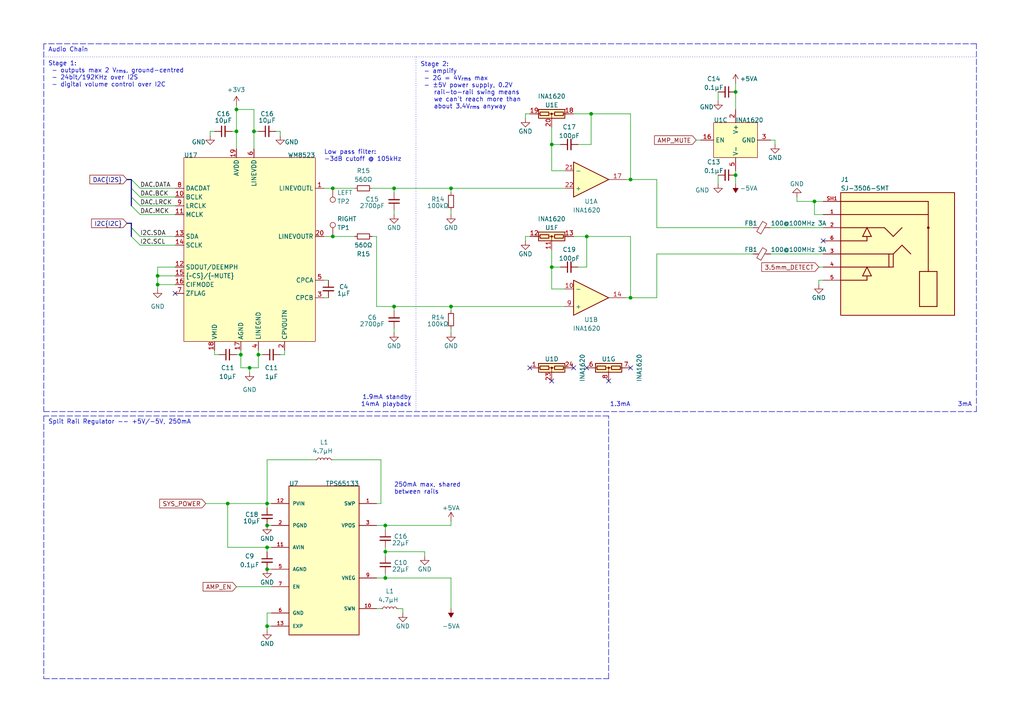
<source format=kicad_sch>
(kicad_sch (version 20230121) (generator eeschema)
  (paper "A4")
  (title_block (title "TANGARA") (date "2023-05-30") (rev "4") (company "made by jacqueline") (comment 1 "SPDX-License-Identifier: CERN-OHL-S-2.0"))
  (lib_symbols
    (symbol "Connector:TestPoint" (pin_numbers hide) (pin_names (offset 0.762) hide)
      (property "Reference" "TP" (at 0 6.858 0))
      (property "Value" "TestPoint" (at 0 5.08 0))
      (symbol "TestPoint_0_1"
        (circle (center 0 3.302) (radius 0.762))
      )
      (symbol "TestPoint_1_1"
        (pin passive line (at 0 0 90) (length 2.54) (name "1") (number "1"))
      )
    )
    (symbol "Device:C_Small" (pin_numbers hide) (pin_names (offset 0.254) hide)
      (property "Reference" "C" (at 0.254 1.778 0))
      (property "Value" "C_Small" (at 0.254 -2.032 0))
      (symbol "C_Small_0_1"
        (polyline (pts (xy -1.524 -0.508) (xy 1.524 -0.508)) (stroke (width 0.3302)))
        (polyline (pts (xy -1.524 0.508) (xy 1.524 0.508)) (stroke (width 0.3048)))
      )
      (symbol "C_Small_1_1"
        (pin passive line (at 0 2.54 270) (length 2.032) (name "~") (number "1"))
        (pin passive line (at 0 -2.54 90) (length 2.032) (name "~") (number "2"))
      )
    )
    (symbol "Device:Ferrite_Bead_Small" (pin_numbers hide) (pin_names (offset 0))
      (property "Reference" "FB" (at 1.905 1.27 0))
      (property "Value" "Device_Ferrite_Bead_Small" (at 1.905 -1.27 0))
      (symbol "Ferrite_Bead_Small_0_1"
        (polyline (pts (xy 0 -1.27) (xy 0 -0.7874)))
        (polyline (pts (xy 0 0.889) (xy 0 1.2954)))
        (polyline (pts (xy -1.8288 0.2794) (xy -1.1176 1.4986) (xy 1.8288 -0.2032) (xy 1.1176 -1.4224) (xy -1.8288 0.2794)))
      )
      (symbol "Ferrite_Bead_Small_1_1"
        (pin passive line (at 0 2.54 270) (length 1.27) (name "~") (number "1"))
        (pin passive line (at 0 -2.54 90) (length 1.27) (name "~") (number "2"))
      )
    )
    (symbol "Device:L_Small" (pin_numbers hide) (pin_names (offset 0.254) hide)
      (property "Reference" "L" (at 0.762 1.016 0))
      (property "Value" "L_Small" (at 0.762 -1.016 0))
      (symbol "L_Small_0_1"
        (arc (start 0 -2.032) (mid 0.5058 -1.524) (end 0 -1.016))
        (arc (start 0 -1.016) (mid 0.5058 -0.508) (end 0 0))
        (arc (start 0 0) (mid 0.5058 0.508) (end 0 1.016))
        (arc (start 0 1.016) (mid 0.5058 1.524) (end 0 2.032))
      )
      (symbol "L_Small_1_1"
        (pin passive line (at 0 2.54 270) (length 0.508) (name "~") (number "1"))
        (pin passive line (at 0 -2.54 90) (length 0.508) (name "~") (number "2"))
      )
    )
    (symbol "Device:R_Small" (pin_numbers hide) (pin_names (offset 0.254) hide)
      (property "Reference" "R" (at 0.762 0.508 0))
      (property "Value" "R_Small" (at 0.762 -1.016 0))
      (symbol "R_Small_0_1"
        (rectangle (start -0.762 1.778) (end 0.762 -1.778) (stroke (width 0.2032)))
      )
      (symbol "R_Small_1_1"
        (pin passive line (at 0 2.54 270) (length 0.762) (name "~") (number "1"))
        (pin passive line (at 0 -2.54 90) (length 0.762) (name "~") (number "2"))
      )
    )
    (symbol "power:+3V3" (power) (pin_names (offset 0))
      (property "Value" "+3V3" (at 0 3.556 0))
      (symbol "+3V3_0_1"
        (polyline (pts (xy -0.762 1.27) (xy 0 2.54)))
        (polyline (pts (xy 0 0) (xy 0 2.54)))
        (polyline (pts (xy 0 2.54) (xy 0.762 1.27)))
      )
      (symbol "+3V3_1_1"
        (pin power_in line (at 0 0 90) (length 0) hide (name "+3V3") (number "1"))
      )
    )
    (symbol "power:+5VA" (power) (pin_names (offset 0))
      (property "Value" "+5VA" (at 0 3.556 0))
      (symbol "+5VA_0_1"
        (polyline (pts (xy -0.762 1.27) (xy 0 2.54)))
        (polyline (pts (xy 0 0) (xy 0 2.54)))
        (polyline (pts (xy 0 2.54) (xy 0.762 1.27)))
      )
      (symbol "+5VA_1_1"
        (pin power_in line (at 0 0 90) (length 0) hide (name "+5VA") (number "1"))
      )
    )
    (symbol "power:-5VA" (power) (pin_names (offset 0))
      (property "Value" "-5VA" (at 0 3.81 0))
      (symbol "-5VA_0_0"
        (pin power_in line (at 0 0 90) (length 0) hide (name "-5VA") (number "1"))
      )
      (symbol "-5VA_0_1"
        (polyline (pts (xy 0 0) (xy 0 1.27) (xy 0.762 1.27) (xy 0 2.54) (xy -0.762 1.27) (xy 0 1.27)) (fill (type outline)))
      )
    )
    (symbol "power:GND" (power) (pin_names (offset 0))
      (property "Value" "GND" (at 0 -3.81 0))
      (symbol "GND_0_1"
        (polyline (pts (xy 0 0) (xy 0 -1.27) (xy 1.27 -1.27) (xy 0 -2.54) (xy -1.27 -1.27) (xy 0 -1.27)))
      )
      (symbol "GND_1_1"
        (pin power_in line (at 0 0 270) (length 0) hide (name "GND") (number "1"))
      )
    )
    (symbol "symbols:INA1620"
      (property "Reference" "U" (at -3.81 7.62 0))
      (symbol "INA1620_1_1"
        (polyline (pts (xy 6.35 0) (xy -3.81 5.08) (xy -3.81 -5.08) (xy 6.35 0)) (stroke (width 0.254)) (fill (type background)))
        (pin output line (at 11.43 0 180) (length 5.08) (name "") (number "17"))
        (pin input line (at -6.35 -2.54 0) (length 2.54) (name "-") (number "21"))
        (pin input line (at -6.35 2.54 0) (length 2.54) (name "+") (number "22"))
      )
      (symbol "INA1620_2_1"
        (polyline (pts (xy 6.35 0) (xy -3.81 5.08) (xy -3.81 -5.08) (xy 6.35 0)) (stroke (width 0.254)) (fill (type background)))
        (pin input line (at -6.35 -2.54 0) (length 2.54) (name "-") (number "10"))
        (pin output line (at 11.43 0 180) (length 5.08) (name "") (number "14"))
        (pin input line (at -6.35 2.54 0) (length 2.54) (name "+") (number "9"))
      )
      (symbol "INA1620_3_1"
        (rectangle (start -6.35 5.08) (end 6.35 -5.08) (fill (type background)))
        (pin no_connect line (at -6.35 1.27 0) (length 3.81) hide (name "NC") (number "15"))
        (pin power_in line (at -10.16 0 0) (length 3.81) (name "EN") (number "16"))
        (pin power_in line (at 0 8.89 270) (length 3.81) (name "V+") (number "2"))
        (pin power_in line (at 0 -8.89 90) (length 3.81) hide (name "EP") (number "25"))
        (pin power_in line (at 10.16 0 180) (length 3.81) (name "GND") (number "3"))
        (pin no_connect line (at -6.35 -1.27 0) (length 3.81) hide (name "NC") (number "4"))
        (pin power_in line (at 0 -8.89 90) (length 3.81) (name "V-") (number "5"))
      )
      (symbol "INA1620_4_1"
        (rectangle (start -1.27 3.81) (end 1.27 -3.81) (stroke (width 0.254)) (fill (type background)))
        (rectangle (start -0.508 -0.8382) (end 0.508 -3.3782) (stroke (width 0.254)))
        (rectangle (start -0.508 3.3782) (end 0.508 0.8382) (stroke (width 0.254)))
        (polyline (pts (xy 0 -5.08) (xy 0 -3.429)))
        (polyline (pts (xy 0 0.889) (xy 0 -0.889)))
        (polyline (pts (xy 0 5.08) (xy 0 3.3782)))
        (polyline (pts (xy 1.27 0) (xy 0 0)))
        (circle (center 0 0.0254) (radius 0.254) (fill (type outline)))
        (pin passive line (at 0 -6.35 90) (length 2.54) (name "~") (number "1"))
        (pin passive line (at 3.81 0 180) (length 2.54) (name "~") (number "23"))
        (pin passive line (at 0 6.35 270) (length 2.54) (name "") (number "24"))
      )
      (symbol "INA1620_5_1"
        (rectangle (start -1.27 3.81) (end 1.27 -3.81) (stroke (width 0.254)) (fill (type background)))
        (rectangle (start -0.508 -0.8382) (end 0.508 -3.3782) (stroke (width 0.254)))
        (rectangle (start -0.508 3.3782) (end 0.508 0.8382) (stroke (width 0.254)))
        (polyline (pts (xy 0 -5.08) (xy 0 -3.429)))
        (polyline (pts (xy 0 0.889) (xy 0 -0.889)))
        (polyline (pts (xy 0 5.08) (xy 0 3.3782)))
        (polyline (pts (xy 1.27 0) (xy 0 0)))
        (circle (center 0 0.0254) (radius 0.254) (fill (type outline)))
        (pin passive line (at 0 -6.35 90) (length 2.54) (name "~") (number "18"))
        (pin passive line (at 0 6.35 270) (length 2.54) (name "~") (number "19"))
        (pin passive line (at 3.81 0 180) (length 2.54) (name "~") (number "20"))
      )
      (symbol "INA1620_6_1"
        (rectangle (start -1.27 3.81) (end 1.27 -3.81) (stroke (width 0.254)) (fill (type background)))
        (rectangle (start -0.508 -0.8382) (end 0.508 -3.3782) (stroke (width 0.254)))
        (rectangle (start -0.508 3.3782) (end 0.508 0.8382) (stroke (width 0.254)))
        (polyline (pts (xy 0 -5.08) (xy 0 -3.429)))
        (polyline (pts (xy 0 0.889) (xy 0 -0.889)))
        (polyline (pts (xy 0 5.08) (xy 0 3.3782)))
        (polyline (pts (xy 1.27 0) (xy 0 0)))
        (circle (center 0 0.0254) (radius 0.254) (fill (type outline)))
        (pin passive line (at 3.81 0 180) (length 2.54) (name "~") (number "11"))
        (pin passive line (at 0 6.35 270) (length 2.54) (name "~") (number "12"))
        (pin passive line (at 0 -6.35 90) (length 2.54) (name "~") (number "13"))
      )
      (symbol "INA1620_7_1"
        (rectangle (start -1.27 3.81) (end 1.27 -3.81) (stroke (width 0.254)) (fill (type background)))
        (rectangle (start -0.508 -0.8382) (end 0.508 -3.3782) (stroke (width 0.254)))
        (rectangle (start -0.508 3.3782) (end 0.508 0.8382) (stroke (width 0.254)))
        (polyline (pts (xy 0 -5.08) (xy 0 -3.429)))
        (polyline (pts (xy 0 0.889) (xy 0 -0.889)))
        (polyline (pts (xy 0 5.08) (xy 0 3.3782)))
        (polyline (pts (xy 1.27 0) (xy 0 0)))
        (circle (center 0 0.0254) (radius 0.254) (fill (type outline)))
        (pin passive line (at 0 -6.35 90) (length 2.54) (name "~") (number "6"))
        (pin passive line (at 0 6.35 270) (length 2.54) (name "~") (number "7"))
        (pin passive line (at 3.81 0 180) (length 2.54) (name "~") (number "8"))
      )
    )
    (symbol "symbols:SJ-3506-SMT" (pin_names (offset 1.016))
      (property "Reference" "J" (at -17.783 17.7838 0))
      (property "Value" "SJ-3506-SMT" (at -17.7835 -25.4051 0))
      (symbol "SJ-3506-SMT_0_0"
        (rectangle (start -17.78 17.78) (end 15.24 -17.78) (stroke (width 0.254)) (fill (type background)))
        (circle (center -10.16 7.62) (radius 0.254) (stroke (width 0.254)))
        (polyline (pts (xy -12.7 -15.24) (xy -7.62 -15.24)) (stroke (width 0.254)))
        (polyline (pts (xy -12.7 -5.08) (xy -12.7 -15.24)) (stroke (width 0.254)))
        (polyline (pts (xy -10.16 -5.08) (xy -12.7 -5.08)) (stroke (width 0.254)))
        (polyline (pts (xy -10.16 -5.08) (xy -10.16 7.62)) (stroke (width 0.254)))
        (polyline (pts (xy -10.16 7.62) (xy -10.16 15.24)) (stroke (width 0.254)))
        (polyline (pts (xy -10.16 11.43) (xy 15.24 11.43)) (stroke (width 0.254)))
        (polyline (pts (xy -10.16 15.24) (xy 15.24 15.24)) (stroke (width 0.254)))
        (polyline (pts (xy -7.62 -15.24) (xy -7.62 -5.08)) (stroke (width 0.254)))
        (polyline (pts (xy -7.62 -5.08) (xy -10.16 -5.08)) (stroke (width 0.254)))
        (polyline (pts (xy -5.08 0) (xy -2.54 2.54)) (stroke (width 0.254)))
        (polyline (pts (xy -2.54 2.54) (xy 0 0)) (stroke (width 0.254)))
        (polyline (pts (xy -2.54 7.62) (xy 0 5.08)) (stroke (width 0.254)))
        (polyline (pts (xy 0 -3.81) (xy 1.27 -3.81)) (stroke (width 0.254)))
        (polyline (pts (xy 0 0) (xy 0 -3.81)) (stroke (width 0.254)))
        (polyline (pts (xy 0 0) (xy 1.27 0)) (stroke (width 0.254)))
        (polyline (pts (xy 0 5.08) (xy 2.54 7.62)) (stroke (width 0.254)))
        (polyline (pts (xy 1.27 -3.81) (xy 15.24 -3.81)) (stroke (width 0.254)))
        (polyline (pts (xy 1.27 0) (xy 1.27 -3.81)) (stroke (width 0.254)))
        (polyline (pts (xy 1.27 0) (xy 15.24 0)) (stroke (width 0.254)))
        (polyline (pts (xy 2.54 7.62) (xy 7.62 7.62)) (stroke (width 0.254)))
        (polyline (pts (xy 6.35 -6.35) (xy 8.89 -6.35)) (stroke (width 0.254)))
        (polyline (pts (xy 6.35 5.08) (xy 8.89 5.08)) (stroke (width 0.254)))
        (polyline (pts (xy 7.62 -7.62) (xy 7.62 -6.35)) (stroke (width 0.254)))
        (polyline (pts (xy 7.62 -7.62) (xy 15.24 -7.62)) (stroke (width 0.254)))
        (polyline (pts (xy 7.62 -3.81) (xy 6.35 -6.35)) (stroke (width 0.254)))
        (polyline (pts (xy 7.62 3.81) (xy 15.24 3.81)) (stroke (width 0.254)))
        (polyline (pts (xy 7.62 5.08) (xy 7.62 3.81)) (stroke (width 0.254)))
        (polyline (pts (xy 7.62 7.62) (xy 6.35 5.08)) (stroke (width 0.254)))
        (polyline (pts (xy 7.62 7.62) (xy 15.24 7.62)) (stroke (width 0.254)))
        (polyline (pts (xy 8.89 -6.35) (xy 7.62 -3.81)) (stroke (width 0.254)))
        (polyline (pts (xy 8.89 5.08) (xy 7.62 7.62)) (stroke (width 0.254)))
        (pin passive line (at 20.32 11.43 180) (length 5.08) (name "~") (number "1"))
        (pin passive line (at 20.32 7.62 180) (length 5.08) (name "~") (number "2"))
        (pin passive line (at 20.32 0 180) (length 5.08) (name "~") (number "3"))
        (pin passive line (at 20.32 -3.81 180) (length 5.08) (name "~") (number "4"))
        (pin passive line (at 20.32 -7.62 180) (length 5.08) (name "~") (number "5"))
        (pin passive line (at 20.32 3.81 180) (length 5.08) (name "~") (number "6"))
        (pin passive line (at 20.32 15.24 180) (length 5.08) (name "~") (number "SH1"))
        (pin passive line (at 20.32 15.24 180) (length 5.08) hide (name "~") (number "SH2"))
      )
    )
    (symbol "symbols:TPS65135RTER" (pin_names (offset 1.016))
      (property "Reference" "U" (at -10.16 23.622 0))
      (property "Value" "TPS65135RTER" (at -10.16 -22.86 0))
      (symbol "TPS65135RTER_0_0"
        (rectangle (start -10.16 22.86) (end 10.16 -20.32) (stroke (width 0.254)) (fill (type background)))
        (pin bidirectional line (at 15.24 17.78 180) (length 5.08) (name "SWP") (number "1"))
        (pin bidirectional line (at 15.24 -12.7 180) (length 5.08) (name "SWN") (number "10"))
        (pin bidirectional line (at -15.24 5.08 0) (length 5.08) (name "AVIN") (number "11"))
        (pin bidirectional line (at -15.24 17.78 0) (length 5.08) (name "PVIN") (number "12"))
        (pin power_in line (at -15.24 -17.78 0) (length 5.08) (name "EXP") (number "13"))
        (pin power_in line (at -15.24 11.43 0) (length 5.08) (name "PGND") (number "2"))
        (pin output line (at 15.24 11.43 180) (length 5.08) (name "VPOS") (number "3"))
        (pin power_in line (at -15.24 -13.97 0) (length 5.08) hide (name "GND") (number "4"))
        (pin input line (at -15.24 -1.27 0) (length 5.08) (name "AGND") (number "5"))
        (pin power_in line (at -15.24 -13.97 0) (length 5.08) (name "GND") (number "6"))
        (pin input line (at -15.24 -6.35 0) (length 5.08) (name "EN") (number "7"))
        (pin output line (at -15.24 -13.97 0) (length 5.08) hide (name "GND") (number "8"))
        (pin output line (at 15.24 -3.81 180) (length 5.08) (name "VNEG") (number "9"))
      )
    )
    (symbol "symbols:WM8523"
      (property "Reference" "U" (at -3.81 5.08 0))
      (symbol "WM8523_0_0"
        (pin output line (at 21.59 16.51 180) (length 2.54) (name "LINEVOUTL") (number "1"))
        (pin output line (at -21.59 13.97 0) (length 2.54) (name "BCLK") (number "10"))
        (pin output line (at -21.59 8.89 0) (length 2.54) (name "MCLK") (number "11"))
        (pin output line (at -21.59 -6.35 0) (length 2.54) (name "SDOUT/DEEMPH") (number "12"))
        (pin output line (at -21.59 2.54 0) (length 2.54) (name "SDA") (number "13"))
        (pin output line (at -21.59 0 0) (length 2.54) (name "SCLK") (number "14"))
        (pin output line (at -21.59 -8.89 0) (length 2.54) (name "{~CS}/{~MUTE}") (number "15"))
        (pin output line (at -21.59 -11.43 0) (length 2.54) (name "CIFMODE") (number "16"))
        (pin output line (at -2.54 -30.48 90) (length 2.54) (name "AGND") (number "17"))
        (pin output line (at -10.16 -30.48 90) (length 2.54) (name "VMID") (number "18"))
        (pin output line (at -3.81 27.94 270) (length 2.54) (name "AVDD") (number "19"))
        (pin output line (at 10.16 -30.48 90) (length 2.54) (name "CPVOUTN") (number "2"))
        (pin output line (at 21.59 2.54 180) (length 2.54) (name "LINEVOUTR") (number "20"))
        (pin output line (at 21.59 -15.24 180) (length 2.54) (name "CPCB") (number "3"))
        (pin output line (at 2.54 -30.48 90) (length 2.54) (name "LINEGND") (number "4"))
        (pin output line (at 21.59 -10.16 180) (length 2.54) (name "CPCA") (number "5"))
        (pin output line (at 1.27 27.94 270) (length 2.54) (name "LINEVDD") (number "6"))
        (pin output line (at -21.59 -13.97 0) (length 2.54) (name "ZFLAG") (number "7"))
        (pin output line (at -21.59 16.51 0) (length 2.54) (name "DACDAT") (number "8"))
        (pin output line (at -21.59 11.43 0) (length 2.54) (name "LRCLK") (number "9"))
      )
      (symbol "WM8523_0_1"
        (rectangle (start -19.05 25.4) (end 19.05 -27.94) (fill (type background)))
      )
    )
  )
  (junction (at 236.22 58.42))
  (junction (at 96.52 68.58))
  (junction (at 68.58 31.75))
  (junction (at 45.72 80.01))
  (junction (at 74.93 102.87))
  (junction (at 130.81 88.9))
  (junction (at 66.04 146.05))
  (junction (at 77.47 181.61))
  (junction (at 171.45 33.02))
  (junction (at 111.76 167.64))
  (junction (at 77.47 165.1))
  (junction (at 77.47 152.4))
  (junction (at 213.36 26.67))
  (junction (at 77.47 158.75))
  (junction (at 213.36 50.8))
  (junction (at 73.66 38.1))
  (junction (at 160.02 77.47))
  (junction (at 182.88 86.36))
  (junction (at 68.58 38.1))
  (junction (at 111.76 152.4))
  (junction (at 160.02 41.91))
  (junction (at 111.76 160.02))
  (junction (at 72.39 106.68))
  (junction (at 96.52 54.61))
  (junction (at 77.47 146.05))
  (junction (at 69.85 102.87))
  (junction (at 130.81 54.61))
  (junction (at 182.88 52.07))
  (junction (at 170.18 68.58))
  (junction (at 114.3 88.9))
  (junction (at 45.72 82.55))
  (junction (at 114.3 54.61))
  (no_connect (at 166.37 106.68))
  (no_connect (at 50.8 85.09))
  (no_connect (at 153.67 106.68))
  (no_connect (at 182.88 106.68))
  (no_connect (at 170.18 106.68))
  (no_connect (at 238.76 69.85))
  (no_connect (at 176.53 110.49))
  (no_connect (at 160.02 110.49))
  (bus_entry (at 38.1 52.07) (size 2.54 2.54))
  (bus_entry (at 38.1 59.69) (size 2.54 2.54))
  (bus_entry (at 40.64 71.12) (size -2.54 -2.54))
  (bus_entry (at 38.1 57.15) (size 2.54 2.54))
  (bus_entry (at 38.1 54.61) (size 2.54 2.54))
  (bus_entry (at 40.64 68.58) (size -2.54 -2.54))
  (wire (pts (xy 109.22 146.05) (xy 110.49 146.05)))
  (polyline (pts (xy 12.7 16.51) (xy 283.21 16.51)) (stroke (width 0) (type dot)))
  (bus (pts (xy 38.1 54.61) (xy 38.1 57.15)))
  (wire (pts (xy 182.88 68.58) (xy 182.88 86.36)))
  (wire (pts (xy 68.58 31.75) (xy 68.58 38.1)))
  (wire (pts (xy 82.55 102.87) (xy 81.28 102.87)))
  (polyline (pts (xy 283.21 12.7) (xy 12.7 12.7)) (stroke (width 0) (type dash)))
  (polyline (pts (xy 283.21 119.38) (xy 283.21 12.7)) (stroke (width 0) (type dash)))
  (wire (pts (xy 181.61 86.36) (xy 182.88 86.36)))
  (wire (pts (xy 181.61 52.07) (xy 182.88 52.07)))
  (wire (pts (xy 160.02 77.47) (xy 160.02 83.82)))
  (polyline (pts (xy 120.65 16.51) (xy 120.65 119.38)) (stroke (width 0) (type dot)))
  (wire (pts (xy 40.64 68.58) (xy 50.8 68.58)))
  (wire (pts (xy 77.47 133.35) (xy 91.44 133.35)))
  (wire (pts (xy 110.49 176.53) (xy 109.22 176.53)))
  (wire (pts (xy 62.23 102.87) (xy 63.5 102.87)))
  (wire (pts (xy 93.98 54.61) (xy 96.52 54.61)))
  (wire (pts (xy 160.02 72.39) (xy 160.02 77.47)))
  (wire (pts (xy 170.18 77.47) (xy 170.18 68.58)))
  (wire (pts (xy 224.79 40.64) (xy 223.52 40.64)))
  (wire (pts (xy 73.66 31.75) (xy 68.58 31.75)))
  (wire (pts (xy 66.04 158.75) (xy 66.04 146.05)))
  (wire (pts (xy 237.49 77.47) (xy 238.76 77.47)))
  (wire (pts (xy 160.02 83.82) (xy 163.83 83.82)))
  (wire (pts (xy 190.5 66.04) (xy 218.44 66.04)))
  (wire (pts (xy 231.14 58.42) (xy 231.14 57.15)))
  (wire (pts (xy 45.72 80.01) (xy 45.72 82.55)))
  (wire (pts (xy 213.36 49.53) (xy 213.36 50.8)))
  (wire (pts (xy 50.8 77.47) (xy 45.72 77.47)))
  (wire (pts (xy 190.5 52.07) (xy 182.88 52.07)))
  (wire (pts (xy 130.81 96.52) (xy 130.81 95.25)))
  (wire (pts (xy 114.3 62.23) (xy 114.3 60.96)))
  (wire (pts (xy 62.23 101.6) (xy 62.23 102.87)))
  (wire (pts (xy 116.84 176.53) (xy 116.84 177.8)))
  (wire (pts (xy 77.47 147.32) (xy 77.47 146.05)))
  (wire (pts (xy 96.52 68.58) (xy 102.87 68.58)))
  (wire (pts (xy 68.58 38.1) (xy 68.58 43.18)))
  (wire (pts (xy 167.64 41.91) (xy 171.45 41.91)))
  (wire (pts (xy 110.49 146.05) (xy 110.49 133.35)))
  (wire (pts (xy 40.64 54.61) (xy 50.8 54.61)))
  (wire (pts (xy 111.76 152.4) (xy 111.76 153.67)))
  (wire (pts (xy 166.37 33.02) (xy 171.45 33.02)))
  (polyline (pts (xy 176.53 120.65) (xy 12.7 120.65)) (stroke (width 0) (type dash)))
  (wire (pts (xy 77.47 182.88) (xy 77.47 181.61)))
  (wire (pts (xy 93.98 68.58) (xy 96.52 68.58)))
  (wire (pts (xy 130.81 167.64) (xy 111.76 167.64)))
  (wire (pts (xy 201.93 40.64) (xy 203.2 40.64)))
  (wire (pts (xy 68.58 30.48) (xy 68.58 31.75)))
  (bus (pts (xy 36.83 64.77) (xy 38.1 64.77)))
  (wire (pts (xy 69.85 102.87) (xy 68.58 102.87)))
  (wire (pts (xy 77.47 146.05) (xy 77.47 133.35)))
  (wire (pts (xy 114.3 96.52) (xy 114.3 95.25)))
  (wire (pts (xy 160.02 36.83) (xy 160.02 41.91)))
  (wire (pts (xy 62.23 38.1) (xy 60.96 38.1)))
  (wire (pts (xy 153.67 68.58) (xy 152.4 68.58)))
  (wire (pts (xy 69.85 106.68) (xy 69.85 102.87)))
  (wire (pts (xy 95.25 86.36) (xy 93.98 86.36)))
  (wire (pts (xy 81.28 38.1) (xy 80.01 38.1)))
  (wire (pts (xy 74.93 106.68) (xy 72.39 106.68)))
  (wire (pts (xy 111.76 160.02) (xy 111.76 161.29)))
  (wire (pts (xy 130.81 151.13) (xy 130.81 152.4)))
  (wire (pts (xy 231.14 58.42) (xy 236.22 58.42)))
  (wire (pts (xy 69.85 101.6) (xy 69.85 102.87)))
  (wire (pts (xy 74.93 102.87) (xy 76.2 102.87)))
  (wire (pts (xy 171.45 33.02) (xy 182.88 33.02)))
  (wire (pts (xy 81.28 39.37) (xy 81.28 38.1)))
  (wire (pts (xy 111.76 152.4) (xy 130.81 152.4)))
  (wire (pts (xy 74.93 102.87) (xy 74.93 106.68)))
  (wire (pts (xy 109.22 152.4) (xy 111.76 152.4)))
  (wire (pts (xy 130.81 55.88) (xy 130.81 54.61)))
  (wire (pts (xy 40.64 71.12) (xy 50.8 71.12)))
  (wire (pts (xy 238.76 81.28) (xy 237.49 81.28)))
  (wire (pts (xy 130.81 54.61) (xy 163.83 54.61)))
  (wire (pts (xy 170.18 68.58) (xy 182.88 68.58)))
  (wire (pts (xy 77.47 181.61) (xy 78.74 181.61)))
  (wire (pts (xy 72.39 106.68) (xy 69.85 106.68)))
  (wire (pts (xy 109.22 88.9) (xy 114.3 88.9)))
  (wire (pts (xy 114.3 54.61) (xy 130.81 54.61)))
  (wire (pts (xy 111.76 158.75) (xy 111.76 160.02)))
  (wire (pts (xy 59.69 146.05) (xy 66.04 146.05)))
  (wire (pts (xy 130.81 90.17) (xy 130.81 88.9)))
  (polyline (pts (xy 12.7 12.7) (xy 12.7 119.38)) (stroke (width 0) (type dash)))
  (wire (pts (xy 237.49 81.28) (xy 237.49 82.55)))
  (wire (pts (xy 190.5 66.04) (xy 190.5 52.07)))
  (wire (pts (xy 109.22 68.58) (xy 109.22 88.9)))
  (wire (pts (xy 96.52 54.61) (xy 102.87 54.61)))
  (bus (pts (xy 36.83 52.07) (xy 38.1 52.07)))
  (polyline (pts (xy 176.53 196.85) (xy 176.53 120.65)) (stroke (width 0) (type dash)))
  (wire (pts (xy 238.76 62.23) (xy 236.22 62.23)))
  (wire (pts (xy 223.52 73.66) (xy 238.76 73.66)))
  (wire (pts (xy 40.64 62.23) (xy 50.8 62.23)))
  (wire (pts (xy 72.39 106.68) (xy 72.39 107.95)))
  (wire (pts (xy 74.93 101.6) (xy 74.93 102.87)))
  (bus (pts (xy 38.1 57.15) (xy 38.1 59.69)))
  (wire (pts (xy 60.96 38.1) (xy 60.96 39.37)))
  (wire (pts (xy 167.64 77.47) (xy 170.18 77.47)))
  (bus (pts (xy 38.1 66.04) (xy 38.1 68.58)))
  (wire (pts (xy 73.66 38.1) (xy 73.66 43.18)))
  (wire (pts (xy 123.19 160.02) (xy 111.76 160.02)))
  (wire (pts (xy 40.64 57.15) (xy 50.8 57.15)))
  (polyline (pts (xy 12.7 120.65) (xy 12.7 196.85)) (stroke (width 0) (type dash)))
  (wire (pts (xy 68.58 170.18) (xy 78.74 170.18)))
  (wire (pts (xy 109.22 167.64) (xy 111.76 167.64)))
  (polyline (pts (xy 12.7 196.85) (xy 176.53 196.85)) (stroke (width 0) (type dash)))
  (wire (pts (xy 224.79 41.91) (xy 224.79 40.64)))
  (wire (pts (xy 114.3 88.9) (xy 130.81 88.9)))
  (wire (pts (xy 160.02 41.91) (xy 162.56 41.91)))
  (wire (pts (xy 77.47 165.1) (xy 78.74 165.1)))
  (wire (pts (xy 77.47 158.75) (xy 78.74 158.75)))
  (wire (pts (xy 77.47 152.4) (xy 78.74 152.4)))
  (wire (pts (xy 130.81 62.23) (xy 130.81 60.96)))
  (wire (pts (xy 82.55 101.6) (xy 82.55 102.87)))
  (wire (pts (xy 130.81 176.53) (xy 130.81 167.64)))
  (wire (pts (xy 110.49 133.35) (xy 96.52 133.35)))
  (wire (pts (xy 152.4 33.02) (xy 152.4 34.29)))
  (wire (pts (xy 95.25 81.28) (xy 93.98 81.28)))
  (wire (pts (xy 77.47 146.05) (xy 78.74 146.05)))
  (wire (pts (xy 111.76 166.37) (xy 111.76 167.64)))
  (wire (pts (xy 223.52 66.04) (xy 238.76 66.04)))
  (wire (pts (xy 160.02 77.47) (xy 162.56 77.47)))
  (wire (pts (xy 107.95 68.58) (xy 109.22 68.58)))
  (wire (pts (xy 45.72 82.55) (xy 45.72 83.82)))
  (wire (pts (xy 190.5 73.66) (xy 190.5 86.36)))
  (wire (pts (xy 153.67 33.02) (xy 152.4 33.02)))
  (bus (pts (xy 38.1 52.07) (xy 38.1 54.61)))
  (wire (pts (xy 115.57 176.53) (xy 116.84 176.53)))
  (wire (pts (xy 50.8 82.55) (xy 45.72 82.55)))
  (wire (pts (xy 171.45 41.91) (xy 171.45 33.02)))
  (wire (pts (xy 130.81 88.9) (xy 163.83 88.9)))
  (wire (pts (xy 114.3 88.9) (xy 114.3 90.17)))
  (wire (pts (xy 77.47 158.75) (xy 66.04 158.75)))
  (wire (pts (xy 213.36 24.13) (xy 213.36 26.67)))
  (wire (pts (xy 236.22 58.42) (xy 236.22 62.23)))
  (wire (pts (xy 66.04 146.05) (xy 77.47 146.05)))
  (wire (pts (xy 123.19 161.29) (xy 123.19 160.02)))
  (wire (pts (xy 74.93 38.1) (xy 73.66 38.1)))
  (wire (pts (xy 78.74 177.8) (xy 77.47 177.8)))
  (wire (pts (xy 77.47 160.02) (xy 77.47 158.75)))
  (wire (pts (xy 152.4 68.58) (xy 152.4 69.85)))
  (wire (pts (xy 213.36 26.67) (xy 213.36 31.75)))
  (wire (pts (xy 163.83 49.53) (xy 160.02 49.53)))
  (wire (pts (xy 107.95 54.61) (xy 114.3 54.61)))
  (wire (pts (xy 190.5 73.66) (xy 218.44 73.66)))
  (wire (pts (xy 182.88 33.02) (xy 182.88 52.07)))
  (wire (pts (xy 166.37 68.58) (xy 170.18 68.58)))
  (wire (pts (xy 67.31 38.1) (xy 68.58 38.1)))
  (wire (pts (xy 50.8 80.01) (xy 45.72 80.01)))
  (wire (pts (xy 40.64 59.69) (xy 50.8 59.69)))
  (wire (pts (xy 208.28 26.67) (xy 208.28 29.21)))
  (wire (pts (xy 213.36 50.8) (xy 213.36 53.34)))
  (wire (pts (xy 160.02 41.91) (xy 160.02 49.53)))
  (wire (pts (xy 45.72 77.47) (xy 45.72 80.01)))
  (polyline (pts (xy 12.7 119.38) (xy 283.21 119.38)) (stroke (width 0) (type dash)))
  (wire (pts (xy 73.66 38.1) (xy 73.66 31.75)))
  (wire (pts (xy 182.88 86.36) (xy 190.5 86.36)))
  (wire (pts (xy 77.47 177.8) (xy 77.47 181.61)))
  (wire (pts (xy 114.3 54.61) (xy 114.3 55.88)))
  (wire (pts (xy 236.22 58.42) (xy 238.76 58.42)))
  (bus (pts (xy 38.1 64.77) (xy 38.1 66.04)))
  (wire (pts (xy 208.28 53.34) (xy 208.28 50.8)))
  (text "Low pass filter:\n-3dB cutoff @ 105kHz" (at 93.98 46.99 0) (effects (font (size 1.27 1.27)) (justify left bottom)))
  (text "Stage 2:\n - amplify\n - 2G = 4V_{rms} max\n - ±5V power supply, 0.2V\n    rail-to-rail swing means\n    we can't reach more than\n    about 3.4V_{rms} anyway" (at 121.92 31.75 0) (effects (font (size 1.27 1.27)) (justify left bottom)))
  (text "1.9mA standby\n14mA playback" (at 119.38 118.11 0) (effects (font (size 1.27 1.27)) (justify right bottom)))
  (text "Audio Chain\n" (at 13.97 15.24 0) (effects (font (size 1.27 1.27)) (justify left bottom)))
  (text "Stage 1:\n - outputs max 2 V_{rms}, ground-centred\n - 24bit/192KHz over I2S\n - digital volume control over I2C" (at 13.97 25.4 0) (effects (font (size 1.27 1.27)) (justify left bottom)))
  (text "250mA max, shared\nbetween rails" (at 114.3 143.51 0) (effects (font (size 1.27 1.27)) (justify left bottom)))
  (text "3mA" (at 281.94 118.11 0) (effects (font (size 1.27 1.27)) (justify right bottom)))
  (text "1.3mA" (at 182.88 118.11 0) (effects (font (size 1.27 1.27)) (justify right bottom)))
  (text "Split Rail Regulator -- +5V/-5V, 250mA" (at 13.97 123.19 0) (effects (font (size 1.27 1.27)) (justify left bottom)))
  (label "I2C.SDA" (at 40.64 68.58 0))
  (label "DAC.MCK" (at 40.64 62.23 0))
  (label "DAC.LRCK" (at 40.64 59.69 0))
  (label "DAC.DATA" (at 40.64 54.61 0))
  (label "DAC.BCK" (at 40.64 57.15 0))
  (label "I2C.SCL" (at 40.64 71.12 0))
  (global_label "AMP_MUTE" (shape input) (at 201.93 40.64 180) (property "Intersheetrefs" "${INTERSHEET_REFS}" (effects hide)))
  (global_label "3.5mm_DETECT" (shape input) (at 237.49 77.47 180) (property "Intersheetrefs" "${INTERSHEET_REFS}" (effects hide)))
  (global_label "AMP_EN" (shape input) (at 68.58 170.18 180) (property "Intersheetrefs" "${INTERSHEET_REFS}" (effects hide)))
  (global_label "I2C{I2C}" (shape input) (at 36.83 64.77 180) (property "Intersheetrefs" "${INTERSHEET_REFS}" (effects hide)))
  (global_label "DAC{I2S}" (shape input) (at 36.83 52.07 180) (property "Intersheetrefs" "${INTERSHEET_REFS}" (effects hide)))
  (global_label "SYS_POWER" (shape input) (at 59.69 146.05 180) (property "Intersheetrefs" "${INTERSHEET_REFS}" (effects hide)))
  (symbol (lib_id "power:GND") (at 77.47 165.1 0) (unit 1)
    (property "Reference" "#PWR015" (effects hide))
    (property "Value" "GND" (at 77.47 168.91 0))
  )
  (symbol (lib_id "symbols:SJ-3506-SMT") (at 259.08 73.66 0) (mirror y) (unit 1)
    (property "Reference" "J1" (at 243.84 52.07 0) (effects (justify right)))
    (property "Value" "SJ-3506-SMT" (at 243.84 54.61 0) (effects (justify right)))
    (property "Footprint" "footprints:CUI_SJ-3506-SMT" (effects hide))
    (property "MPN" "SJ-3506-SMT-TR" (effects hide))
  )
  (symbol (lib_id "power:+3V3") (at 68.58 30.48 0) (unit 1)
    (property "Reference" "#PWR07" (effects hide))
    (property "Value" "+3V3" (at 71.12 26.035 0) (effects (justify right)))
  )
  (symbol (lib_id "power:GND") (at 224.79 41.91 0) (unit 1)
    (property "Reference" "#PWR038" (effects hide))
    (property "Value" "GND" (at 224.79 45.72 0))
  )
  (symbol (lib_id "Device:Ferrite_Bead_Small") (at 220.98 66.04 90) (unit 1)
    (property "Reference" "FB1" (at 219.71 64.77 90) (effects (justify left)))
    (property "Value" "100@100MHz 3A" (at 223.52 64.77 90) (effects (justify right)))
    (property "Footprint" "Inductor_SMD:L_0603_1608Metric" (effects hide))
    (property "MPN" "BLM18KG101TN1D" (effects hide))
    (instances (project "gay-ipod" (path "" (reference "FB1") (unit 1)) (path "" (reference "FB2") (unit 1)) (path "" (reference "FB3") (unit 1))) (project "reform2-motherboard" (path "" (reference "FB17") (unit 1))))
  )
  (symbol (lib_id "Device:Ferrite_Bead_Small") (at 220.98 73.66 90) (unit 1)
    (property "Reference" "FB1" (at 219.71 72.39 90) (effects (justify left)))
    (property "Value" "100@100MHz 3A" (at 223.52 72.39 90) (effects (justify right)))
    (property "Footprint" "Inductor_SMD:L_0603_1608Metric" (effects hide))
    (property "MPN" "BLM18KG101TN1D" (effects hide))
    (instances (project "gay-ipod" (path "" (reference "FB1") (unit 1)) (path "" (reference "FB2") (unit 1)) (path "" (reference "FB4") (unit 1))) (project "reform2-motherboard" (path "" (reference "FB17") (unit 1))))
  )
  (symbol (lib_id "symbols:INA1620") (at 213.36 40.64 0) (unit 3)
    (property "Reference" "U1" (at 207.01 35.56 0) (effects (justify left bottom)))
    (property "Value" "INA1620" (at 213.36 35.56 0) (effects (justify left bottom)))
    (property "Footprint" "Package_DFN_QFN:QFN-24-1EP_4x4mm_P0.5mm_EP2.7x2.7mm_ThermalVias" (effects hide))
  )
  (symbol (lib_id "Device:R_Small") (at 130.81 92.71 180) (unit 1)
    (property "Reference" "R14" (at 127 92.075 0))
    (property "Value" "100kΩ" (at 127 93.98 0))
    (property "Footprint" "Resistor_SMD:R_0603_1608Metric" (effects hide))
    (property "MPN" "RC0603JR-10100KL" (effects hide))
  )
  (symbol (lib_id "power:GND") (at 60.96 39.37 0) (unit 1)
    (property "Reference" "#PWR017" (effects hide))
    (property "Value" "GND" (at 59.69 41.91 0) (effects (justify right bottom)))
  )
  (symbol (lib_id "Device:C_Small") (at 165.1 77.47 90) (unit 1)
    (property "Reference" "C19" (at 165.1063 72.39 90))
    (property "Value" "100pF" (at 165.1063 74.93 90))
    (property "Footprint" "Capacitor_SMD:C_0603_1608Metric" (effects hide))
  )
  (symbol (lib_id "Device:C_Small") (at 114.3 58.42 180) (unit 1)
    (property "Reference" "C15" (at 107.95 57.785 0))
    (property "Value" "2700pF" (at 107.95 59.69 0))
    (property "Footprint" "Capacitor_SMD:C_0603_1608Metric" (effects hide))
    (property "MPN" "GRM1885C1H272JA01D" (effects hide))
  )
  (symbol (lib_id "power:+5VA") (at 130.81 151.13 0) (unit 1)
    (property "Reference" "#PWR019" (effects hide))
    (property "Value" "+5VA" (at 130.81 147.32 0))
  )
  (symbol (lib_id "Device:L_Small") (at 113.03 176.53 270) (mirror x) (unit 1)
    (property "Reference" "L1" (at 114.3 171.45 90) (effects (justify right)))
    (property "Value" "4.7μH" (at 115.57 173.99 90) (effects (justify right)))
    (property "Footprint" "Inductor_SMD:L_1008_2520Metric" (effects hide))
    (property "MPN" "1239AS-H-4R7M" (effects hide))
  )
  (symbol (lib_id "Device:C_Small") (at 111.76 163.83 0) (unit 1)
    (property "Reference" "C10" (at 116.205 163.195 0))
    (property "Value" "22μF" (at 116.205 165.1 0))
    (property "Footprint" "Capacitor_SMD:C_1206_3216Metric" (effects hide))
    (property "MPN" "GRM319R61C226KE15D" (effects hide))
  )
  (symbol (lib_id "symbols:WM8523") (at 72.39 71.12 0) (unit 1)
    (property "Reference" "U17" (at 53.34 45.72 0) (effects (justify left bottom)))
    (property "Value" "WM8523" (at 91.44 45.72 0) (effects (justify right bottom)))
    (property "Footprint" "Package_SO:SSOP-20_4.4x6.5mm_P0.65mm" (effects hide))
    (property "MPN" "WM8523GEDT/R" (effects hide))
  )
  (symbol (lib_id "Device:R_Small") (at 105.41 68.58 90) (mirror x) (unit 1)
    (property "Reference" "R15" (at 105.41 73.66 90))
    (property "Value" "560Ω" (at 105.41 71.12 90))
    (property "Footprint" "Resistor_SMD:R_0805_2012Metric" (effects hide))
    (property "MPN" "ERJ-P06F5600V" (effects hide))
  )
  (symbol (lib_id "power:GND") (at 130.81 62.23 0) (unit 1)
    (property "Reference" "#PWR032" (effects hide))
    (property "Value" "GND" (at 130.81 66.04 0))
  )
  (symbol (lib_id "power:GND") (at 208.28 29.21 0) (unit 1)
    (property "Reference" "#PWR037" (effects hide))
    (property "Value" "GND" (at 207.01 31.75 0) (effects (justify right bottom)))
  )
  (symbol (lib_id "Device:C_Small") (at 95.25 83.82 0) (unit 1)
    (property "Reference" "C4" (at 99.695 83.185 0))
    (property "Value" "1μF" (at 99.695 85.09 0))
    (property "Footprint" "Capacitor_SMD:C_0805_2012Metric" (effects hide))
    (property "MPN" "GRM216R61C105KA88D" (effects hide))
  )
  (symbol (lib_id "Device:R_Small") (at 130.81 58.42 180) (unit 1)
    (property "Reference" "R14" (at 127 57.785 0))
    (property "Value" "100kΩ" (at 127 59.69 0))
    (property "Footprint" "Resistor_SMD:R_0603_1608Metric" (effects hide))
    (property "MPN" "RC0603JR-10100KL" (effects hide))
  )
  (symbol (lib_id "symbols:TPS65135RTER") (at 93.98 163.83 0) (unit 1)
    (property "Reference" "U7" (at 83.82 140.97 0) (effects (justify left bottom)))
    (property "Value" "TPS65133" (at 104.14 140.97 0) (effects (justify right bottom)))
    (property "Footprint" "footprints:SON40P300X300X80-13N" (effects hide))
    (property "MPN" "TPS65133DPDR" (effects hide))
  )
  (symbol (lib_id "power:GND") (at 81.28 39.37 0) (unit 1)
    (property "Reference" "#PWR017" (effects hide))
    (property "Value" "GND" (at 82.55 41.91 0) (effects (justify left bottom)))
  )
  (symbol (lib_id "power:GND") (at 45.72 83.82 0) (unit 1)
    (property "Reference" "#PWR034" (effects hide))
    (property "Value" "GND" (at 45.72 88.9 0))
  )
  (symbol (lib_id "power:GND") (at 114.3 62.23 0) (unit 1)
    (property "Reference" "#PWR017" (effects hide))
    (property "Value" "GND" (at 114.3 66.04 0))
  )
  (symbol (lib_id "Connector:TestPoint") (at 96.52 68.58 0) (mirror y) (unit 1)
    (property "Reference" "TP1" (at 97.79 66.04 0) (effects (justify right)))
    (property "Value" "RIGHT" (at 97.79 63.5 0) (effects (justify right)))
    (property "Footprint" "TestPoint:TestPoint_Pad_D1.5mm" (effects hide))
  )
  (symbol (lib_id "power:GND") (at 72.39 107.95 0) (unit 1)
    (property "Reference" "#PWR034" (effects hide))
    (property "Value" "GND" (at 72.39 113.03 0))
  )
  (symbol (lib_id "power:GND") (at 237.49 82.55 0) (mirror y) (unit 1)
    (property "Reference" "#PWR018" (effects hide))
    (property "Value" "GND" (at 237.49 86.36 0))
  )
  (symbol (lib_id "power:GND") (at 114.3 96.52 0) (unit 1)
    (property "Reference" "#PWR016" (effects hide))
    (property "Value" "GND" (at 114.3 100.33 0))
  )
  (symbol (lib_id "Device:L_Small") (at 93.98 133.35 270) (mirror x) (unit 1)
    (property "Reference" "L1" (at 95.25 128.27 90) (effects (justify right)))
    (property "Value" "4.7μH" (at 96.52 130.81 90) (effects (justify right)))
    (property "Footprint" "Inductor_SMD:L_1008_2520Metric" (effects hide))
    (property "MPN" "1239AS-H-4R7M" (effects hide))
  )
  (symbol (lib_id "Device:C_Small") (at 78.74 102.87 90) (unit 1)
    (property "Reference" "C11" (at 78.74 106.68 90))
    (property "Value" "1μF" (at 78.74 109.22 90))
    (property "Footprint" "Capacitor_SMD:C_0805_2012Metric" (effects hide))
    (property "MPN" "GRM216R61C105KA88D" (effects hide))
  )
  (symbol (lib_id "Device:C_Small") (at 210.82 50.8 270) (unit 1)
    (property "Reference" "C13" (at 207.01 46.99 90))
    (property "Value" "0.1μF" (at 207.01 49.53 90))
    (property "Footprint" "Capacitor_SMD:C_0603_1608Metric" (effects hide))
    (property "MPN" "GCM188R71C104KA37J" (effects hide))
  )
  (symbol (lib_id "power:GND") (at 231.14 57.15 0) (mirror x) (unit 1)
    (property "Reference" "#PWR018" (effects hide))
    (property "Value" "GND" (at 231.14 53.34 0))
  )
  (symbol (lib_id "Device:C_Small") (at 66.04 102.87 90) (unit 1)
    (property "Reference" "C11" (at 66.04 106.68 90))
    (property "Value" "10μF" (at 66.04 109.22 90))
    (property "Footprint" "Capacitor_SMD:C_0805_2012Metric" (effects hide))
    (property "MPN" "GRM21BR61C106KE15K" (effects hide))
  )
  (symbol (lib_id "power:GND") (at 152.4 69.85 0) (unit 1)
    (property "Reference" "#PWR032" (effects hide))
    (property "Value" "GND" (at 152.4 73.66 0))
  )
  (symbol (lib_id "power:-5VA") (at 213.36 53.34 180) (unit 1)
    (property "Reference" "#PWR025" (effects hide))
    (property "Value" "-5VA" (at 217.17 54.61 0))
  )
  (symbol (lib_id "symbols:INA1620") (at 176.53 106.68 270) (unit 7)
    (property "Reference" "U1" (at 176.53 104.14 90))
    (property "Value" "INA1620" (at 185.42 106.68 0))
    (property "Footprint" "Package_DFN_QFN:QFN-24-1EP_4x4mm_P0.5mm_EP2.7x2.7mm_ThermalVias" (effects hide))
  )
  (symbol (lib_id "power:GND") (at 77.47 152.4 0) (unit 1)
    (property "Reference" "#PWR024" (effects hide))
    (property "Value" "GND" (at 77.47 156.21 0))
  )
  (symbol (lib_id "power:GND") (at 130.81 96.52 0) (unit 1)
    (property "Reference" "#PWR032" (effects hide))
    (property "Value" "GND" (at 130.81 100.33 0))
  )
  (symbol (lib_id "power:GND") (at 116.84 177.8 0) (unit 1)
    (property "Reference" "#PWR039" (effects hide))
    (property "Value" "GND" (at 116.84 181.61 0))
  )
  (symbol (lib_id "Device:R_Small") (at 105.41 54.61 90) (unit 1)
    (property "Reference" "R15" (at 105.41 49.53 90))
    (property "Value" "560Ω" (at 105.41 52.07 90))
    (property "Footprint" "Resistor_SMD:R_0805_2012Metric" (effects hide))
    (property "MPN" "ERJ-P06F5600V" (effects hide))
  )
  (symbol (lib_id "power:GND") (at 152.4 34.29 0) (unit 1)
    (property "Reference" "#PWR032" (effects hide))
    (property "Value" "GND" (at 152.4 38.1 0))
  )
  (symbol (lib_id "Device:C_Small") (at 64.77 38.1 90) (unit 1)
    (property "Reference" "C16" (at 64.77 33.02 90))
    (property "Value" "10μF" (at 64.77 34.925 90))
    (property "Footprint" "Capacitor_SMD:C_0805_2012Metric" (effects hide))
    (property "MPN" "GRM21BR61C106KE15K" (effects hide))
  )
  (symbol (lib_id "power:GND") (at 123.19 161.29 0) (unit 1)
    (property "Reference" "#PWR013" (effects hide))
    (property "Value" "GND" (at 123.19 165.1 0))
  )
  (symbol (lib_id "Device:C_Small") (at 111.76 156.21 0) (unit 1)
    (property "Reference" "C16" (at 116.205 155.575 0))
    (property "Value" "22μF" (at 116.205 157.48 0))
    (property "Footprint" "Capacitor_SMD:C_1206_3216Metric" (effects hide))
    (property "MPN" "GRM319R61C226KE15D" (effects hide))
  )
  (symbol (lib_id "Device:C_Small") (at 77.47 149.86 0) (mirror y) (unit 1)
    (property "Reference" "C18" (at 73.025 149.225 0))
    (property "Value" "10μF" (at 73.025 151.13 0))
    (property "Footprint" "Capacitor_SMD:C_0805_2012Metric" (effects hide))
    (property "MPN" "GRM21BR61C106KE15K" (effects hide))
  )
  (symbol (lib_id "power:GND") (at 208.28 53.34 0) (unit 1)
    (property "Reference" "#PWR038" (effects hide))
    (property "Value" "GND" (at 205.74 55.88 0) (effects (justify right bottom)))
  )
  (symbol (lib_id "symbols:INA1620") (at 160.02 106.68 270) (unit 4)
    (property "Reference" "U1" (at 160.02 104.14 90))
    (property "Value" "INA1620" (at 168.91 106.68 0))
    (property "Footprint" "Package_DFN_QFN:QFN-24-1EP_4x4mm_P0.5mm_EP2.7x2.7mm_ThermalVias" (effects hide))
  )
  (symbol (lib_id "Device:C_Small") (at 77.47 38.1 90) (unit 1)
    (property "Reference" "C16" (at 77.47 33.02 90))
    (property "Value" "10μF" (at 77.47 34.925 90))
    (property "Footprint" "Capacitor_SMD:C_0805_2012Metric" (effects hide))
    (property "MPN" "GRM21BR61C106KE15K" (effects hide))
  )
  (symbol (lib_id "power:+5VA") (at 213.36 24.13 0) (unit 1)
    (property "Reference" "#PWR027" (effects hide))
    (property "Value" "+5VA" (at 217.17 22.86 0))
  )
  (symbol (lib_id "symbols:INA1620") (at 160.02 68.58 90) (mirror x) (unit 6)
    (property "Reference" "U1" (at 160.02 66.04 90))
    (property "Value" "INA1620" (at 160.02 63.5 90))
    (property "Footprint" "Package_DFN_QFN:QFN-24-1EP_4x4mm_P0.5mm_EP2.7x2.7mm_ThermalVias" (effects hide))
  )
  (symbol (lib_id "power:GND") (at 77.47 182.88 0) (mirror y) (unit 1)
    (property "Reference" "#PWR012" (effects hide))
    (property "Value" "GND" (at 77.47 186.69 0))
  )
  (symbol (lib_id "symbols:INA1620") (at 170.18 52.07 0) (mirror x) (unit 1)
    (property "Reference" "U1" (at 171.45 58.42 0))
    (property "Value" "INA1620" (at 170.18 60.96 0))
    (property "Footprint" "Package_DFN_QFN:QFN-24-1EP_4x4mm_P0.5mm_EP2.7x2.7mm_ThermalVias" (effects hide))
  )
  (symbol (lib_id "Device:C_Small") (at 210.82 26.67 270) (unit 1)
    (property "Reference" "C14" (at 207.01 22.86 90))
    (property "Value" "0.1μF" (at 207.01 25.4 90))
    (property "Footprint" "Capacitor_SMD:C_0603_1608Metric" (effects hide))
    (property "MPN" "GCM188R71C104KA37J" (effects hide))
  )
  (symbol (lib_id "Device:C_Small") (at 77.47 162.56 0) (unit 1)
    (property "Reference" "C9" (at 72.39 161.29 0))
    (property "Value" "0.1μF" (at 72.39 163.83 0))
    (property "Footprint" "Capacitor_SMD:C_0603_1608Metric" (effects hide))
    (property "MPN" "GCM188R71C104KA37J" (effects hide))
  )
  (symbol (lib_id "Device:C_Small") (at 165.1 41.91 90) (unit 1)
    (property "Reference" "C17" (at 165.1063 36.83 90))
    (property "Value" "100pF" (at 165.1063 39.37 90))
    (property "Footprint" "Capacitor_SMD:C_0603_1608Metric" (effects hide))
  )
  (symbol (lib_id "symbols:INA1620") (at 160.02 33.02 90) (mirror x) (unit 5)
    (property "Reference" "U1" (at 160.02 30.48 90))
    (property "Value" "INA1620" (at 160.02 27.94 90))
    (property "Footprint" "Package_DFN_QFN:QFN-24-1EP_4x4mm_P0.5mm_EP2.7x2.7mm_ThermalVias" (effects hide))
  )
  (symbol (lib_id "Device:C_Small") (at 114.3 92.71 180) (unit 1)
    (property "Reference" "C6" (at 107.95 92.075 0))
    (property "Value" "2700pF" (at 107.95 93.98 0))
    (property "Footprint" "Capacitor_SMD:C_0603_1608Metric" (effects hide))
    (property "MPN" "GRM1885C1H272JA01D" (effects hide))
  )
  (symbol (lib_id "symbols:INA1620") (at 170.18 86.36 0) (mirror x) (unit 2)
    (property "Reference" "U1" (at 171.45 92.71 0))
    (property "Value" "INA1620" (at 170.18 95.25 0))
    (property "Footprint" "Package_DFN_QFN:QFN-24-1EP_4x4mm_P0.5mm_EP2.7x2.7mm_ThermalVias" (effects hide))
  )
  (symbol (lib_id "Connector:TestPoint") (at 96.52 54.61 0) (mirror x) (unit 1)
    (property "Reference" "TP2" (at 97.79 58.42 0) (effects (justify left)))
    (property "Value" "LEFT" (at 97.79 55.88 0) (effects (justify left)))
    (property "Footprint" "TestPoint:TestPoint_Pad_D1.5mm" (effects hide))
  )
  (symbol (lib_id "power:-5VA") (at 130.81 176.53 180) (unit 1)
    (property "Reference" "#PWR022" (effects hide))
    (property "Value" "-5VA" (at 130.81 181.61 0))
  )
)
</source>
